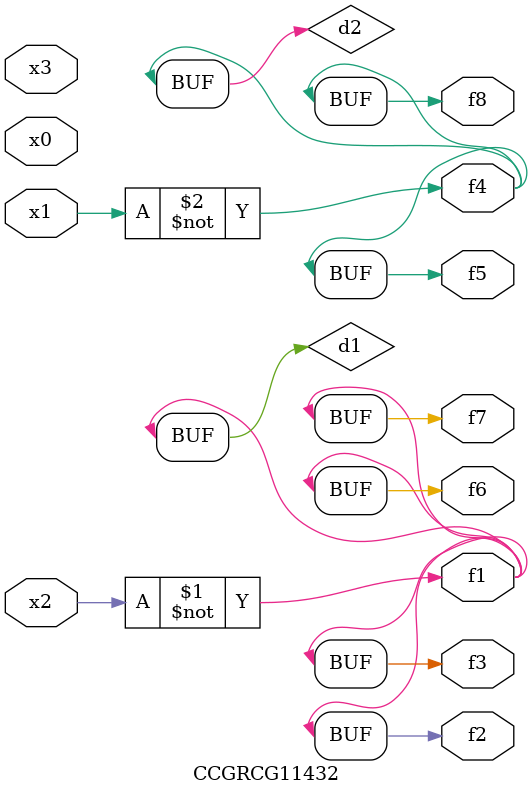
<source format=v>
module CCGRCG11432(
	input x0, x1, x2, x3,
	output f1, f2, f3, f4, f5, f6, f7, f8
);

	wire d1, d2;

	xnor (d1, x2);
	not (d2, x1);
	assign f1 = d1;
	assign f2 = d1;
	assign f3 = d1;
	assign f4 = d2;
	assign f5 = d2;
	assign f6 = d1;
	assign f7 = d1;
	assign f8 = d2;
endmodule

</source>
